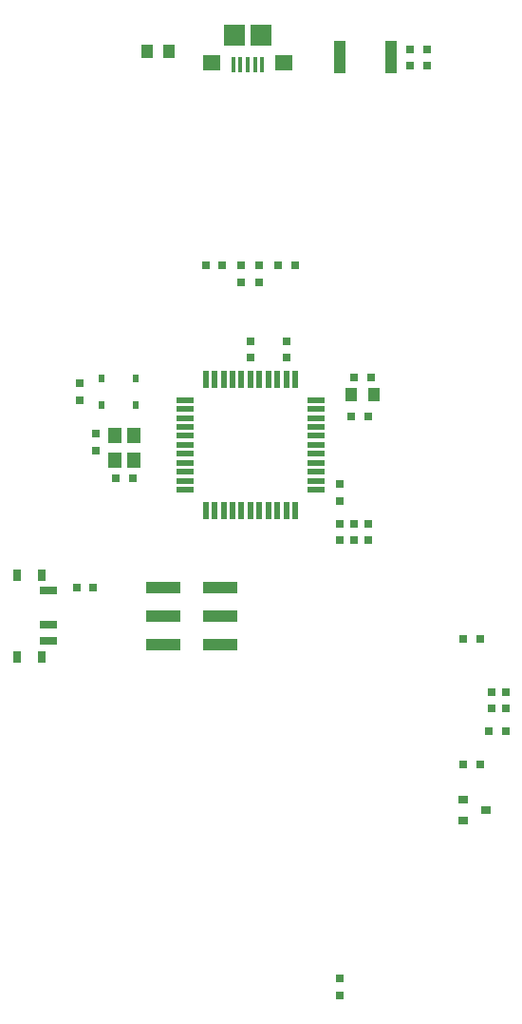
<source format=gbr>
G04 #@! TF.FileFunction,Paste,Top*
%FSLAX46Y46*%
G04 Gerber Fmt 4.6, Leading zero omitted, Abs format (unit mm)*
G04 Created by KiCad (PCBNEW 4.0.6) date Sunday, August 26, 2018 'PMt' 12:51:50 PM*
%MOMM*%
%LPD*%
G01*
G04 APERTURE LIST*
%ADD10C,0.100000*%
%ADD11R,0.750000X0.800000*%
%ADD12R,0.800000X0.750000*%
%ADD13R,1.000000X3.000000*%
%ADD14R,1.900000X1.900000*%
%ADD15R,1.600000X1.400000*%
%ADD16R,0.400000X1.350000*%
%ADD17R,3.150000X1.000000*%
%ADD18R,1.000000X1.250000*%
%ADD19R,0.900000X0.800000*%
%ADD20R,0.600000X0.650000*%
%ADD21R,1.200000X1.400000*%
%ADD22R,1.500000X0.700000*%
%ADD23R,0.800000X1.000000*%
%ADD24R,0.560000X1.600000*%
%ADD25R,1.600000X0.560000*%
G04 APERTURE END LIST*
D10*
D11*
X148000000Y-55750000D03*
X148000000Y-57250000D03*
X149500000Y-55750000D03*
X149500000Y-57250000D03*
X155250000Y-114500000D03*
X155250000Y-113000000D03*
X156500000Y-114500000D03*
X156500000Y-113000000D03*
D12*
X154250000Y-108250000D03*
X152750000Y-108250000D03*
D11*
X141750000Y-94500000D03*
X141750000Y-96000000D03*
X137000000Y-81750000D03*
X137000000Y-83250000D03*
D12*
X144500000Y-85000000D03*
X143000000Y-85000000D03*
X121750000Y-94000000D03*
X123250000Y-94000000D03*
D11*
X120000000Y-91500000D03*
X120000000Y-90000000D03*
X133750000Y-81750000D03*
X133750000Y-83250000D03*
D12*
X144250000Y-88500000D03*
X142750000Y-88500000D03*
X129750000Y-75000000D03*
X131250000Y-75000000D03*
X137750000Y-75000000D03*
X136250000Y-75000000D03*
D13*
X141700000Y-56500000D03*
X146300000Y-56500000D03*
D14*
X132300000Y-54500000D03*
D15*
X130300000Y-56950000D03*
D16*
X134800000Y-57175000D03*
X134150000Y-57175000D03*
X132200000Y-57175000D03*
X132850000Y-57175000D03*
X133500000Y-57175000D03*
D15*
X136700000Y-56950000D03*
D14*
X134700000Y-54500000D03*
D17*
X125975000Y-103710000D03*
X131025000Y-103710000D03*
X125975000Y-106250000D03*
X131025000Y-106250000D03*
X125975000Y-108790000D03*
X131025000Y-108790000D03*
D18*
X126500000Y-56000000D03*
X124500000Y-56000000D03*
X142750000Y-86500000D03*
X144750000Y-86500000D03*
D19*
X152750000Y-122550000D03*
X152750000Y-124450000D03*
X154750000Y-123500000D03*
D11*
X132875000Y-75000000D03*
X132875000Y-76500000D03*
X141750000Y-140000000D03*
X141750000Y-138500000D03*
X134550000Y-75000000D03*
X134550000Y-76500000D03*
D12*
X156500000Y-116500000D03*
X155000000Y-116500000D03*
X152750000Y-119500000D03*
X154250000Y-119500000D03*
D11*
X118500000Y-85500000D03*
X118500000Y-87000000D03*
X144250000Y-98000000D03*
X144250000Y-99500000D03*
D20*
X123550000Y-87458000D03*
X120450000Y-87458000D03*
X123550000Y-85042000D03*
X120450000Y-85042000D03*
D21*
X123350000Y-92350000D03*
X123350000Y-90150000D03*
X121650000Y-90150000D03*
X121650000Y-92350000D03*
D11*
X141750000Y-98000000D03*
X141750000Y-99500000D03*
D12*
X118250000Y-103750000D03*
X119750000Y-103750000D03*
D11*
X143000000Y-99500000D03*
X143000000Y-98000000D03*
D22*
X115770747Y-108472398D03*
X115770747Y-106972398D03*
X115770747Y-103972398D03*
D23*
X112920747Y-102572398D03*
X115120747Y-102572398D03*
X112920747Y-109872398D03*
X115120747Y-109872398D03*
D24*
X137750000Y-85150000D03*
X136950000Y-85150000D03*
X136150000Y-85150000D03*
X135350000Y-85150000D03*
X134550000Y-85150000D03*
X133750000Y-85150000D03*
X132950000Y-85150000D03*
X132150000Y-85150000D03*
X131350000Y-85150000D03*
X130550000Y-85150000D03*
X129750000Y-85150000D03*
D25*
X127900000Y-87000000D03*
X127900000Y-87800000D03*
X127900000Y-88600000D03*
X127900000Y-89400000D03*
X127900000Y-90200000D03*
X127900000Y-91000000D03*
X127900000Y-91800000D03*
X127900000Y-92600000D03*
X127900000Y-93400000D03*
X127900000Y-94200000D03*
X127900000Y-95000000D03*
D24*
X129750000Y-96850000D03*
X130550000Y-96850000D03*
X131350000Y-96850000D03*
X132150000Y-96850000D03*
X132950000Y-96850000D03*
X133750000Y-96850000D03*
X134550000Y-96850000D03*
X135350000Y-96850000D03*
X136150000Y-96850000D03*
X136950000Y-96850000D03*
X137750000Y-96850000D03*
D25*
X139600000Y-95000000D03*
X139600000Y-94200000D03*
X139600000Y-93400000D03*
X139600000Y-92600000D03*
X139600000Y-91800000D03*
X139600000Y-91000000D03*
X139600000Y-90200000D03*
X139600000Y-89400000D03*
X139600000Y-88600000D03*
X139600000Y-87800000D03*
X139600000Y-87000000D03*
M02*

</source>
